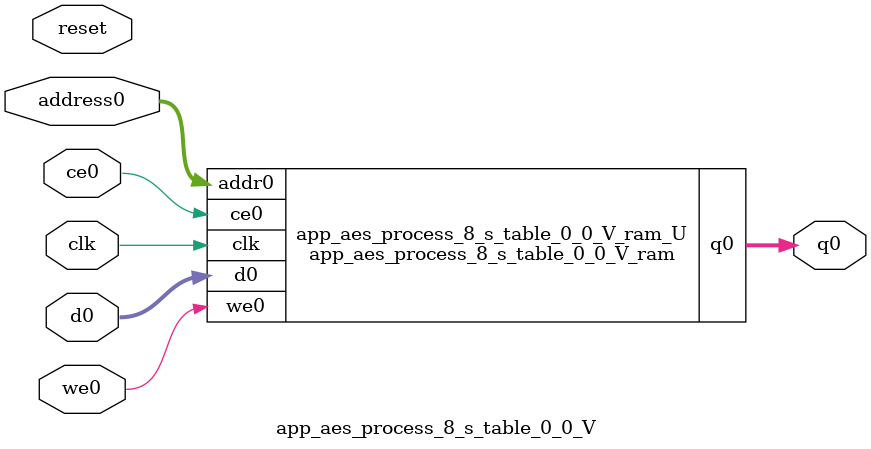
<source format=v>

`timescale 1 ns / 1 ps
module app_aes_process_8_s_table_0_0_V_ram (addr0, ce0, d0, we0, q0,  clk);

parameter DWIDTH = 8;
parameter AWIDTH = 6;
parameter MEM_SIZE = 64;

input[AWIDTH-1:0] addr0;
input ce0;
input[DWIDTH-1:0] d0;
input we0;
output reg[DWIDTH-1:0] q0;
input clk;

(* ram_style = "distributed" *)reg [DWIDTH-1:0] ram[0:MEM_SIZE-1];




always @(posedge clk)  
begin 
    if (ce0) 
    begin
        if (we0) 
        begin 
            ram[addr0] <= d0; 
            q0 <= d0;
        end 
        else 
            q0 <= ram[addr0];
    end
end


endmodule


`timescale 1 ns / 1 ps
module app_aes_process_8_s_table_0_0_V(
    reset,
    clk,
    address0,
    ce0,
    we0,
    d0,
    q0);

parameter DataWidth = 32'd8;
parameter AddressRange = 32'd64;
parameter AddressWidth = 32'd6;
input reset;
input clk;
input[AddressWidth - 1:0] address0;
input ce0;
input we0;
input[DataWidth - 1:0] d0;
output[DataWidth - 1:0] q0;



app_aes_process_8_s_table_0_0_V_ram app_aes_process_8_s_table_0_0_V_ram_U(
    .clk( clk ),
    .addr0( address0 ),
    .ce0( ce0 ),
    .d0( d0 ),
    .we0( we0 ),
    .q0( q0 ));

endmodule


</source>
